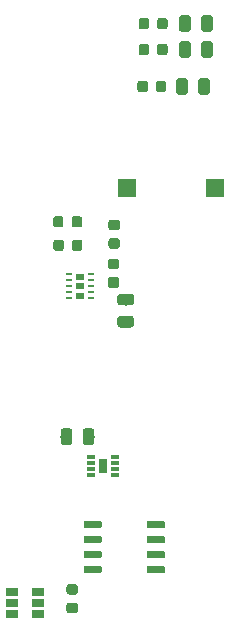
<source format=gbr>
G04 #@! TF.GenerationSoftware,KiCad,Pcbnew,(5.0.1)-rc2*
G04 #@! TF.CreationDate,2019-05-10T17:03:11-07:00*
G04 #@! TF.ProjectId,weatherStation,7765617468657253746174696F6E2E6B,rev?*
G04 #@! TF.SameCoordinates,Original*
G04 #@! TF.FileFunction,Paste,Top*
G04 #@! TF.FilePolarity,Positive*
%FSLAX46Y46*%
G04 Gerber Fmt 4.6, Leading zero omitted, Abs format (unit mm)*
G04 Created by KiCad (PCBNEW (5.0.1)-rc2) date 5/10/2019 5:03:11 PM*
%MOMM*%
%LPD*%
G01*
G04 APERTURE LIST*
%ADD10C,0.100000*%
%ADD11C,0.975000*%
%ADD12C,0.875000*%
%ADD13R,1.500000X1.500000*%
%ADD14C,0.600000*%
%ADD15R,1.060000X0.650000*%
%ADD16R,0.700000X0.300000*%
%ADD17R,0.800000X1.200000*%
%ADD18R,0.650000X0.610000*%
%ADD19R,0.500000X0.250000*%
G04 APERTURE END LIST*
D10*
G04 #@! TO.C,C9*
G36*
X103266942Y-88251974D02*
X103290603Y-88255484D01*
X103313807Y-88261296D01*
X103336329Y-88269354D01*
X103357953Y-88279582D01*
X103378470Y-88291879D01*
X103397683Y-88306129D01*
X103415407Y-88322193D01*
X103431471Y-88339917D01*
X103445721Y-88359130D01*
X103458018Y-88379647D01*
X103468246Y-88401271D01*
X103476304Y-88423793D01*
X103482116Y-88446997D01*
X103485626Y-88470658D01*
X103486800Y-88494550D01*
X103486800Y-89407050D01*
X103485626Y-89430942D01*
X103482116Y-89454603D01*
X103476304Y-89477807D01*
X103468246Y-89500329D01*
X103458018Y-89521953D01*
X103445721Y-89542470D01*
X103431471Y-89561683D01*
X103415407Y-89579407D01*
X103397683Y-89595471D01*
X103378470Y-89609721D01*
X103357953Y-89622018D01*
X103336329Y-89632246D01*
X103313807Y-89640304D01*
X103290603Y-89646116D01*
X103266942Y-89649626D01*
X103243050Y-89650800D01*
X102755550Y-89650800D01*
X102731658Y-89649626D01*
X102707997Y-89646116D01*
X102684793Y-89640304D01*
X102662271Y-89632246D01*
X102640647Y-89622018D01*
X102620130Y-89609721D01*
X102600917Y-89595471D01*
X102583193Y-89579407D01*
X102567129Y-89561683D01*
X102552879Y-89542470D01*
X102540582Y-89521953D01*
X102530354Y-89500329D01*
X102522296Y-89477807D01*
X102516484Y-89454603D01*
X102512974Y-89430942D01*
X102511800Y-89407050D01*
X102511800Y-88494550D01*
X102512974Y-88470658D01*
X102516484Y-88446997D01*
X102522296Y-88423793D01*
X102530354Y-88401271D01*
X102540582Y-88379647D01*
X102552879Y-88359130D01*
X102567129Y-88339917D01*
X102583193Y-88322193D01*
X102600917Y-88306129D01*
X102620130Y-88291879D01*
X102640647Y-88279582D01*
X102662271Y-88269354D01*
X102684793Y-88261296D01*
X102707997Y-88255484D01*
X102731658Y-88251974D01*
X102755550Y-88250800D01*
X103243050Y-88250800D01*
X103266942Y-88251974D01*
X103266942Y-88251974D01*
G37*
D11*
X102999300Y-88950800D03*
D10*
G36*
X105141942Y-88251974D02*
X105165603Y-88255484D01*
X105188807Y-88261296D01*
X105211329Y-88269354D01*
X105232953Y-88279582D01*
X105253470Y-88291879D01*
X105272683Y-88306129D01*
X105290407Y-88322193D01*
X105306471Y-88339917D01*
X105320721Y-88359130D01*
X105333018Y-88379647D01*
X105343246Y-88401271D01*
X105351304Y-88423793D01*
X105357116Y-88446997D01*
X105360626Y-88470658D01*
X105361800Y-88494550D01*
X105361800Y-89407050D01*
X105360626Y-89430942D01*
X105357116Y-89454603D01*
X105351304Y-89477807D01*
X105343246Y-89500329D01*
X105333018Y-89521953D01*
X105320721Y-89542470D01*
X105306471Y-89561683D01*
X105290407Y-89579407D01*
X105272683Y-89595471D01*
X105253470Y-89609721D01*
X105232953Y-89622018D01*
X105211329Y-89632246D01*
X105188807Y-89640304D01*
X105165603Y-89646116D01*
X105141942Y-89649626D01*
X105118050Y-89650800D01*
X104630550Y-89650800D01*
X104606658Y-89649626D01*
X104582997Y-89646116D01*
X104559793Y-89640304D01*
X104537271Y-89632246D01*
X104515647Y-89622018D01*
X104495130Y-89609721D01*
X104475917Y-89595471D01*
X104458193Y-89579407D01*
X104442129Y-89561683D01*
X104427879Y-89542470D01*
X104415582Y-89521953D01*
X104405354Y-89500329D01*
X104397296Y-89477807D01*
X104391484Y-89454603D01*
X104387974Y-89430942D01*
X104386800Y-89407050D01*
X104386800Y-88494550D01*
X104387974Y-88470658D01*
X104391484Y-88446997D01*
X104397296Y-88423793D01*
X104405354Y-88401271D01*
X104415582Y-88379647D01*
X104427879Y-88359130D01*
X104442129Y-88339917D01*
X104458193Y-88322193D01*
X104475917Y-88306129D01*
X104495130Y-88291879D01*
X104515647Y-88279582D01*
X104537271Y-88269354D01*
X104559793Y-88261296D01*
X104582997Y-88255484D01*
X104606658Y-88251974D01*
X104630550Y-88250800D01*
X105118050Y-88250800D01*
X105141942Y-88251974D01*
X105141942Y-88251974D01*
G37*
D11*
X104874300Y-88950800D03*
G04 #@! TD*
D10*
G04 #@! TO.C,C16*
G36*
X108493642Y-76861274D02*
X108517303Y-76864784D01*
X108540507Y-76870596D01*
X108563029Y-76878654D01*
X108584653Y-76888882D01*
X108605170Y-76901179D01*
X108624383Y-76915429D01*
X108642107Y-76931493D01*
X108658171Y-76949217D01*
X108672421Y-76968430D01*
X108684718Y-76988947D01*
X108694946Y-77010571D01*
X108703004Y-77033093D01*
X108708816Y-77056297D01*
X108712326Y-77079958D01*
X108713500Y-77103850D01*
X108713500Y-77591350D01*
X108712326Y-77615242D01*
X108708816Y-77638903D01*
X108703004Y-77662107D01*
X108694946Y-77684629D01*
X108684718Y-77706253D01*
X108672421Y-77726770D01*
X108658171Y-77745983D01*
X108642107Y-77763707D01*
X108624383Y-77779771D01*
X108605170Y-77794021D01*
X108584653Y-77806318D01*
X108563029Y-77816546D01*
X108540507Y-77824604D01*
X108517303Y-77830416D01*
X108493642Y-77833926D01*
X108469750Y-77835100D01*
X107557250Y-77835100D01*
X107533358Y-77833926D01*
X107509697Y-77830416D01*
X107486493Y-77824604D01*
X107463971Y-77816546D01*
X107442347Y-77806318D01*
X107421830Y-77794021D01*
X107402617Y-77779771D01*
X107384893Y-77763707D01*
X107368829Y-77745983D01*
X107354579Y-77726770D01*
X107342282Y-77706253D01*
X107332054Y-77684629D01*
X107323996Y-77662107D01*
X107318184Y-77638903D01*
X107314674Y-77615242D01*
X107313500Y-77591350D01*
X107313500Y-77103850D01*
X107314674Y-77079958D01*
X107318184Y-77056297D01*
X107323996Y-77033093D01*
X107332054Y-77010571D01*
X107342282Y-76988947D01*
X107354579Y-76968430D01*
X107368829Y-76949217D01*
X107384893Y-76931493D01*
X107402617Y-76915429D01*
X107421830Y-76901179D01*
X107442347Y-76888882D01*
X107463971Y-76878654D01*
X107486493Y-76870596D01*
X107509697Y-76864784D01*
X107533358Y-76861274D01*
X107557250Y-76860100D01*
X108469750Y-76860100D01*
X108493642Y-76861274D01*
X108493642Y-76861274D01*
G37*
D11*
X108013500Y-77347600D03*
D10*
G36*
X108493642Y-78736274D02*
X108517303Y-78739784D01*
X108540507Y-78745596D01*
X108563029Y-78753654D01*
X108584653Y-78763882D01*
X108605170Y-78776179D01*
X108624383Y-78790429D01*
X108642107Y-78806493D01*
X108658171Y-78824217D01*
X108672421Y-78843430D01*
X108684718Y-78863947D01*
X108694946Y-78885571D01*
X108703004Y-78908093D01*
X108708816Y-78931297D01*
X108712326Y-78954958D01*
X108713500Y-78978850D01*
X108713500Y-79466350D01*
X108712326Y-79490242D01*
X108708816Y-79513903D01*
X108703004Y-79537107D01*
X108694946Y-79559629D01*
X108684718Y-79581253D01*
X108672421Y-79601770D01*
X108658171Y-79620983D01*
X108642107Y-79638707D01*
X108624383Y-79654771D01*
X108605170Y-79669021D01*
X108584653Y-79681318D01*
X108563029Y-79691546D01*
X108540507Y-79699604D01*
X108517303Y-79705416D01*
X108493642Y-79708926D01*
X108469750Y-79710100D01*
X107557250Y-79710100D01*
X107533358Y-79708926D01*
X107509697Y-79705416D01*
X107486493Y-79699604D01*
X107463971Y-79691546D01*
X107442347Y-79681318D01*
X107421830Y-79669021D01*
X107402617Y-79654771D01*
X107384893Y-79638707D01*
X107368829Y-79620983D01*
X107354579Y-79601770D01*
X107342282Y-79581253D01*
X107332054Y-79559629D01*
X107323996Y-79537107D01*
X107318184Y-79513903D01*
X107314674Y-79490242D01*
X107313500Y-79466350D01*
X107313500Y-78978850D01*
X107314674Y-78954958D01*
X107318184Y-78931297D01*
X107323996Y-78908093D01*
X107332054Y-78885571D01*
X107342282Y-78863947D01*
X107354579Y-78843430D01*
X107368829Y-78824217D01*
X107384893Y-78806493D01*
X107402617Y-78790429D01*
X107421830Y-78776179D01*
X107442347Y-78763882D01*
X107463971Y-78753654D01*
X107486493Y-78745596D01*
X107509697Y-78739784D01*
X107533358Y-78736274D01*
X107557250Y-78735100D01*
X108469750Y-78735100D01*
X108493642Y-78736274D01*
X108493642Y-78736274D01*
G37*
D11*
X108013500Y-79222600D03*
G04 #@! TD*
D10*
G04 #@! TO.C,D8*
G36*
X113297642Y-53276174D02*
X113321303Y-53279684D01*
X113344507Y-53285496D01*
X113367029Y-53293554D01*
X113388653Y-53303782D01*
X113409170Y-53316079D01*
X113428383Y-53330329D01*
X113446107Y-53346393D01*
X113462171Y-53364117D01*
X113476421Y-53383330D01*
X113488718Y-53403847D01*
X113498946Y-53425471D01*
X113507004Y-53447993D01*
X113512816Y-53471197D01*
X113516326Y-53494858D01*
X113517500Y-53518750D01*
X113517500Y-54431250D01*
X113516326Y-54455142D01*
X113512816Y-54478803D01*
X113507004Y-54502007D01*
X113498946Y-54524529D01*
X113488718Y-54546153D01*
X113476421Y-54566670D01*
X113462171Y-54585883D01*
X113446107Y-54603607D01*
X113428383Y-54619671D01*
X113409170Y-54633921D01*
X113388653Y-54646218D01*
X113367029Y-54656446D01*
X113344507Y-54664504D01*
X113321303Y-54670316D01*
X113297642Y-54673826D01*
X113273750Y-54675000D01*
X112786250Y-54675000D01*
X112762358Y-54673826D01*
X112738697Y-54670316D01*
X112715493Y-54664504D01*
X112692971Y-54656446D01*
X112671347Y-54646218D01*
X112650830Y-54633921D01*
X112631617Y-54619671D01*
X112613893Y-54603607D01*
X112597829Y-54585883D01*
X112583579Y-54566670D01*
X112571282Y-54546153D01*
X112561054Y-54524529D01*
X112552996Y-54502007D01*
X112547184Y-54478803D01*
X112543674Y-54455142D01*
X112542500Y-54431250D01*
X112542500Y-53518750D01*
X112543674Y-53494858D01*
X112547184Y-53471197D01*
X112552996Y-53447993D01*
X112561054Y-53425471D01*
X112571282Y-53403847D01*
X112583579Y-53383330D01*
X112597829Y-53364117D01*
X112613893Y-53346393D01*
X112631617Y-53330329D01*
X112650830Y-53316079D01*
X112671347Y-53303782D01*
X112692971Y-53293554D01*
X112715493Y-53285496D01*
X112738697Y-53279684D01*
X112762358Y-53276174D01*
X112786250Y-53275000D01*
X113273750Y-53275000D01*
X113297642Y-53276174D01*
X113297642Y-53276174D01*
G37*
D11*
X113030000Y-53975000D03*
D10*
G36*
X115172642Y-53276174D02*
X115196303Y-53279684D01*
X115219507Y-53285496D01*
X115242029Y-53293554D01*
X115263653Y-53303782D01*
X115284170Y-53316079D01*
X115303383Y-53330329D01*
X115321107Y-53346393D01*
X115337171Y-53364117D01*
X115351421Y-53383330D01*
X115363718Y-53403847D01*
X115373946Y-53425471D01*
X115382004Y-53447993D01*
X115387816Y-53471197D01*
X115391326Y-53494858D01*
X115392500Y-53518750D01*
X115392500Y-54431250D01*
X115391326Y-54455142D01*
X115387816Y-54478803D01*
X115382004Y-54502007D01*
X115373946Y-54524529D01*
X115363718Y-54546153D01*
X115351421Y-54566670D01*
X115337171Y-54585883D01*
X115321107Y-54603607D01*
X115303383Y-54619671D01*
X115284170Y-54633921D01*
X115263653Y-54646218D01*
X115242029Y-54656446D01*
X115219507Y-54664504D01*
X115196303Y-54670316D01*
X115172642Y-54673826D01*
X115148750Y-54675000D01*
X114661250Y-54675000D01*
X114637358Y-54673826D01*
X114613697Y-54670316D01*
X114590493Y-54664504D01*
X114567971Y-54656446D01*
X114546347Y-54646218D01*
X114525830Y-54633921D01*
X114506617Y-54619671D01*
X114488893Y-54603607D01*
X114472829Y-54585883D01*
X114458579Y-54566670D01*
X114446282Y-54546153D01*
X114436054Y-54524529D01*
X114427996Y-54502007D01*
X114422184Y-54478803D01*
X114418674Y-54455142D01*
X114417500Y-54431250D01*
X114417500Y-53518750D01*
X114418674Y-53494858D01*
X114422184Y-53471197D01*
X114427996Y-53447993D01*
X114436054Y-53425471D01*
X114446282Y-53403847D01*
X114458579Y-53383330D01*
X114472829Y-53364117D01*
X114488893Y-53346393D01*
X114506617Y-53330329D01*
X114525830Y-53316079D01*
X114546347Y-53303782D01*
X114567971Y-53293554D01*
X114590493Y-53285496D01*
X114613697Y-53279684D01*
X114637358Y-53276174D01*
X114661250Y-53275000D01*
X115148750Y-53275000D01*
X115172642Y-53276174D01*
X115172642Y-53276174D01*
G37*
D11*
X114905000Y-53975000D03*
G04 #@! TD*
D10*
G04 #@! TO.C,D9*
G36*
X113297642Y-55473274D02*
X113321303Y-55476784D01*
X113344507Y-55482596D01*
X113367029Y-55490654D01*
X113388653Y-55500882D01*
X113409170Y-55513179D01*
X113428383Y-55527429D01*
X113446107Y-55543493D01*
X113462171Y-55561217D01*
X113476421Y-55580430D01*
X113488718Y-55600947D01*
X113498946Y-55622571D01*
X113507004Y-55645093D01*
X113512816Y-55668297D01*
X113516326Y-55691958D01*
X113517500Y-55715850D01*
X113517500Y-56628350D01*
X113516326Y-56652242D01*
X113512816Y-56675903D01*
X113507004Y-56699107D01*
X113498946Y-56721629D01*
X113488718Y-56743253D01*
X113476421Y-56763770D01*
X113462171Y-56782983D01*
X113446107Y-56800707D01*
X113428383Y-56816771D01*
X113409170Y-56831021D01*
X113388653Y-56843318D01*
X113367029Y-56853546D01*
X113344507Y-56861604D01*
X113321303Y-56867416D01*
X113297642Y-56870926D01*
X113273750Y-56872100D01*
X112786250Y-56872100D01*
X112762358Y-56870926D01*
X112738697Y-56867416D01*
X112715493Y-56861604D01*
X112692971Y-56853546D01*
X112671347Y-56843318D01*
X112650830Y-56831021D01*
X112631617Y-56816771D01*
X112613893Y-56800707D01*
X112597829Y-56782983D01*
X112583579Y-56763770D01*
X112571282Y-56743253D01*
X112561054Y-56721629D01*
X112552996Y-56699107D01*
X112547184Y-56675903D01*
X112543674Y-56652242D01*
X112542500Y-56628350D01*
X112542500Y-55715850D01*
X112543674Y-55691958D01*
X112547184Y-55668297D01*
X112552996Y-55645093D01*
X112561054Y-55622571D01*
X112571282Y-55600947D01*
X112583579Y-55580430D01*
X112597829Y-55561217D01*
X112613893Y-55543493D01*
X112631617Y-55527429D01*
X112650830Y-55513179D01*
X112671347Y-55500882D01*
X112692971Y-55490654D01*
X112715493Y-55482596D01*
X112738697Y-55476784D01*
X112762358Y-55473274D01*
X112786250Y-55472100D01*
X113273750Y-55472100D01*
X113297642Y-55473274D01*
X113297642Y-55473274D01*
G37*
D11*
X113030000Y-56172100D03*
D10*
G36*
X115172642Y-55473274D02*
X115196303Y-55476784D01*
X115219507Y-55482596D01*
X115242029Y-55490654D01*
X115263653Y-55500882D01*
X115284170Y-55513179D01*
X115303383Y-55527429D01*
X115321107Y-55543493D01*
X115337171Y-55561217D01*
X115351421Y-55580430D01*
X115363718Y-55600947D01*
X115373946Y-55622571D01*
X115382004Y-55645093D01*
X115387816Y-55668297D01*
X115391326Y-55691958D01*
X115392500Y-55715850D01*
X115392500Y-56628350D01*
X115391326Y-56652242D01*
X115387816Y-56675903D01*
X115382004Y-56699107D01*
X115373946Y-56721629D01*
X115363718Y-56743253D01*
X115351421Y-56763770D01*
X115337171Y-56782983D01*
X115321107Y-56800707D01*
X115303383Y-56816771D01*
X115284170Y-56831021D01*
X115263653Y-56843318D01*
X115242029Y-56853546D01*
X115219507Y-56861604D01*
X115196303Y-56867416D01*
X115172642Y-56870926D01*
X115148750Y-56872100D01*
X114661250Y-56872100D01*
X114637358Y-56870926D01*
X114613697Y-56867416D01*
X114590493Y-56861604D01*
X114567971Y-56853546D01*
X114546347Y-56843318D01*
X114525830Y-56831021D01*
X114506617Y-56816771D01*
X114488893Y-56800707D01*
X114472829Y-56782983D01*
X114458579Y-56763770D01*
X114446282Y-56743253D01*
X114436054Y-56721629D01*
X114427996Y-56699107D01*
X114422184Y-56675903D01*
X114418674Y-56652242D01*
X114417500Y-56628350D01*
X114417500Y-55715850D01*
X114418674Y-55691958D01*
X114422184Y-55668297D01*
X114427996Y-55645093D01*
X114436054Y-55622571D01*
X114446282Y-55600947D01*
X114458579Y-55580430D01*
X114472829Y-55561217D01*
X114488893Y-55543493D01*
X114506617Y-55527429D01*
X114525830Y-55513179D01*
X114546347Y-55500882D01*
X114567971Y-55490654D01*
X114590493Y-55482596D01*
X114613697Y-55476784D01*
X114637358Y-55473274D01*
X114661250Y-55472100D01*
X115148750Y-55472100D01*
X115172642Y-55473274D01*
X115172642Y-55473274D01*
G37*
D11*
X114905000Y-56172100D03*
G04 #@! TD*
D10*
G04 #@! TO.C,D10*
G36*
X114918642Y-58597474D02*
X114942303Y-58600984D01*
X114965507Y-58606796D01*
X114988029Y-58614854D01*
X115009653Y-58625082D01*
X115030170Y-58637379D01*
X115049383Y-58651629D01*
X115067107Y-58667693D01*
X115083171Y-58685417D01*
X115097421Y-58704630D01*
X115109718Y-58725147D01*
X115119946Y-58746771D01*
X115128004Y-58769293D01*
X115133816Y-58792497D01*
X115137326Y-58816158D01*
X115138500Y-58840050D01*
X115138500Y-59752550D01*
X115137326Y-59776442D01*
X115133816Y-59800103D01*
X115128004Y-59823307D01*
X115119946Y-59845829D01*
X115109718Y-59867453D01*
X115097421Y-59887970D01*
X115083171Y-59907183D01*
X115067107Y-59924907D01*
X115049383Y-59940971D01*
X115030170Y-59955221D01*
X115009653Y-59967518D01*
X114988029Y-59977746D01*
X114965507Y-59985804D01*
X114942303Y-59991616D01*
X114918642Y-59995126D01*
X114894750Y-59996300D01*
X114407250Y-59996300D01*
X114383358Y-59995126D01*
X114359697Y-59991616D01*
X114336493Y-59985804D01*
X114313971Y-59977746D01*
X114292347Y-59967518D01*
X114271830Y-59955221D01*
X114252617Y-59940971D01*
X114234893Y-59924907D01*
X114218829Y-59907183D01*
X114204579Y-59887970D01*
X114192282Y-59867453D01*
X114182054Y-59845829D01*
X114173996Y-59823307D01*
X114168184Y-59800103D01*
X114164674Y-59776442D01*
X114163500Y-59752550D01*
X114163500Y-58840050D01*
X114164674Y-58816158D01*
X114168184Y-58792497D01*
X114173996Y-58769293D01*
X114182054Y-58746771D01*
X114192282Y-58725147D01*
X114204579Y-58704630D01*
X114218829Y-58685417D01*
X114234893Y-58667693D01*
X114252617Y-58651629D01*
X114271830Y-58637379D01*
X114292347Y-58625082D01*
X114313971Y-58614854D01*
X114336493Y-58606796D01*
X114359697Y-58600984D01*
X114383358Y-58597474D01*
X114407250Y-58596300D01*
X114894750Y-58596300D01*
X114918642Y-58597474D01*
X114918642Y-58597474D01*
G37*
D11*
X114651000Y-59296300D03*
D10*
G36*
X113043642Y-58597474D02*
X113067303Y-58600984D01*
X113090507Y-58606796D01*
X113113029Y-58614854D01*
X113134653Y-58625082D01*
X113155170Y-58637379D01*
X113174383Y-58651629D01*
X113192107Y-58667693D01*
X113208171Y-58685417D01*
X113222421Y-58704630D01*
X113234718Y-58725147D01*
X113244946Y-58746771D01*
X113253004Y-58769293D01*
X113258816Y-58792497D01*
X113262326Y-58816158D01*
X113263500Y-58840050D01*
X113263500Y-59752550D01*
X113262326Y-59776442D01*
X113258816Y-59800103D01*
X113253004Y-59823307D01*
X113244946Y-59845829D01*
X113234718Y-59867453D01*
X113222421Y-59887970D01*
X113208171Y-59907183D01*
X113192107Y-59924907D01*
X113174383Y-59940971D01*
X113155170Y-59955221D01*
X113134653Y-59967518D01*
X113113029Y-59977746D01*
X113090507Y-59985804D01*
X113067303Y-59991616D01*
X113043642Y-59995126D01*
X113019750Y-59996300D01*
X112532250Y-59996300D01*
X112508358Y-59995126D01*
X112484697Y-59991616D01*
X112461493Y-59985804D01*
X112438971Y-59977746D01*
X112417347Y-59967518D01*
X112396830Y-59955221D01*
X112377617Y-59940971D01*
X112359893Y-59924907D01*
X112343829Y-59907183D01*
X112329579Y-59887970D01*
X112317282Y-59867453D01*
X112307054Y-59845829D01*
X112298996Y-59823307D01*
X112293184Y-59800103D01*
X112289674Y-59776442D01*
X112288500Y-59752550D01*
X112288500Y-58840050D01*
X112289674Y-58816158D01*
X112293184Y-58792497D01*
X112298996Y-58769293D01*
X112307054Y-58746771D01*
X112317282Y-58725147D01*
X112329579Y-58704630D01*
X112343829Y-58685417D01*
X112359893Y-58667693D01*
X112377617Y-58651629D01*
X112396830Y-58637379D01*
X112417347Y-58625082D01*
X112438971Y-58614854D01*
X112461493Y-58606796D01*
X112484697Y-58600984D01*
X112508358Y-58597474D01*
X112532250Y-58596300D01*
X113019750Y-58596300D01*
X113043642Y-58597474D01*
X113043642Y-58597474D01*
G37*
D11*
X112776000Y-59296300D03*
G04 #@! TD*
D10*
G04 #@! TO.C,R17*
G36*
X103757291Y-101442853D02*
X103778526Y-101446003D01*
X103799350Y-101451219D01*
X103819562Y-101458451D01*
X103838968Y-101467630D01*
X103857381Y-101478666D01*
X103874624Y-101491454D01*
X103890530Y-101505870D01*
X103904946Y-101521776D01*
X103917734Y-101539019D01*
X103928770Y-101557432D01*
X103937949Y-101576838D01*
X103945181Y-101597050D01*
X103950397Y-101617874D01*
X103953547Y-101639109D01*
X103954600Y-101660550D01*
X103954600Y-102098050D01*
X103953547Y-102119491D01*
X103950397Y-102140726D01*
X103945181Y-102161550D01*
X103937949Y-102181762D01*
X103928770Y-102201168D01*
X103917734Y-102219581D01*
X103904946Y-102236824D01*
X103890530Y-102252730D01*
X103874624Y-102267146D01*
X103857381Y-102279934D01*
X103838968Y-102290970D01*
X103819562Y-102300149D01*
X103799350Y-102307381D01*
X103778526Y-102312597D01*
X103757291Y-102315747D01*
X103735850Y-102316800D01*
X103223350Y-102316800D01*
X103201909Y-102315747D01*
X103180674Y-102312597D01*
X103159850Y-102307381D01*
X103139638Y-102300149D01*
X103120232Y-102290970D01*
X103101819Y-102279934D01*
X103084576Y-102267146D01*
X103068670Y-102252730D01*
X103054254Y-102236824D01*
X103041466Y-102219581D01*
X103030430Y-102201168D01*
X103021251Y-102181762D01*
X103014019Y-102161550D01*
X103008803Y-102140726D01*
X103005653Y-102119491D01*
X103004600Y-102098050D01*
X103004600Y-101660550D01*
X103005653Y-101639109D01*
X103008803Y-101617874D01*
X103014019Y-101597050D01*
X103021251Y-101576838D01*
X103030430Y-101557432D01*
X103041466Y-101539019D01*
X103054254Y-101521776D01*
X103068670Y-101505870D01*
X103084576Y-101491454D01*
X103101819Y-101478666D01*
X103120232Y-101467630D01*
X103139638Y-101458451D01*
X103159850Y-101451219D01*
X103180674Y-101446003D01*
X103201909Y-101442853D01*
X103223350Y-101441800D01*
X103735850Y-101441800D01*
X103757291Y-101442853D01*
X103757291Y-101442853D01*
G37*
D12*
X103479600Y-101879300D03*
D10*
G36*
X103757291Y-103017853D02*
X103778526Y-103021003D01*
X103799350Y-103026219D01*
X103819562Y-103033451D01*
X103838968Y-103042630D01*
X103857381Y-103053666D01*
X103874624Y-103066454D01*
X103890530Y-103080870D01*
X103904946Y-103096776D01*
X103917734Y-103114019D01*
X103928770Y-103132432D01*
X103937949Y-103151838D01*
X103945181Y-103172050D01*
X103950397Y-103192874D01*
X103953547Y-103214109D01*
X103954600Y-103235550D01*
X103954600Y-103673050D01*
X103953547Y-103694491D01*
X103950397Y-103715726D01*
X103945181Y-103736550D01*
X103937949Y-103756762D01*
X103928770Y-103776168D01*
X103917734Y-103794581D01*
X103904946Y-103811824D01*
X103890530Y-103827730D01*
X103874624Y-103842146D01*
X103857381Y-103854934D01*
X103838968Y-103865970D01*
X103819562Y-103875149D01*
X103799350Y-103882381D01*
X103778526Y-103887597D01*
X103757291Y-103890747D01*
X103735850Y-103891800D01*
X103223350Y-103891800D01*
X103201909Y-103890747D01*
X103180674Y-103887597D01*
X103159850Y-103882381D01*
X103139638Y-103875149D01*
X103120232Y-103865970D01*
X103101819Y-103854934D01*
X103084576Y-103842146D01*
X103068670Y-103827730D01*
X103054254Y-103811824D01*
X103041466Y-103794581D01*
X103030430Y-103776168D01*
X103021251Y-103756762D01*
X103014019Y-103736550D01*
X103008803Y-103715726D01*
X103005653Y-103694491D01*
X103004600Y-103673050D01*
X103004600Y-103235550D01*
X103005653Y-103214109D01*
X103008803Y-103192874D01*
X103014019Y-103172050D01*
X103021251Y-103151838D01*
X103030430Y-103132432D01*
X103041466Y-103114019D01*
X103054254Y-103096776D01*
X103068670Y-103080870D01*
X103084576Y-103066454D01*
X103101819Y-103053666D01*
X103120232Y-103042630D01*
X103139638Y-103033451D01*
X103159850Y-103026219D01*
X103180674Y-103021003D01*
X103201909Y-103017853D01*
X103223350Y-103016800D01*
X103735850Y-103016800D01*
X103757291Y-103017853D01*
X103757291Y-103017853D01*
G37*
D12*
X103479600Y-103454300D03*
G04 #@! TD*
D10*
G04 #@! TO.C,R18*
G36*
X111365191Y-53501053D02*
X111386426Y-53504203D01*
X111407250Y-53509419D01*
X111427462Y-53516651D01*
X111446868Y-53525830D01*
X111465281Y-53536866D01*
X111482524Y-53549654D01*
X111498430Y-53564070D01*
X111512846Y-53579976D01*
X111525634Y-53597219D01*
X111536670Y-53615632D01*
X111545849Y-53635038D01*
X111553081Y-53655250D01*
X111558297Y-53676074D01*
X111561447Y-53697309D01*
X111562500Y-53718750D01*
X111562500Y-54231250D01*
X111561447Y-54252691D01*
X111558297Y-54273926D01*
X111553081Y-54294750D01*
X111545849Y-54314962D01*
X111536670Y-54334368D01*
X111525634Y-54352781D01*
X111512846Y-54370024D01*
X111498430Y-54385930D01*
X111482524Y-54400346D01*
X111465281Y-54413134D01*
X111446868Y-54424170D01*
X111427462Y-54433349D01*
X111407250Y-54440581D01*
X111386426Y-54445797D01*
X111365191Y-54448947D01*
X111343750Y-54450000D01*
X110906250Y-54450000D01*
X110884809Y-54448947D01*
X110863574Y-54445797D01*
X110842750Y-54440581D01*
X110822538Y-54433349D01*
X110803132Y-54424170D01*
X110784719Y-54413134D01*
X110767476Y-54400346D01*
X110751570Y-54385930D01*
X110737154Y-54370024D01*
X110724366Y-54352781D01*
X110713330Y-54334368D01*
X110704151Y-54314962D01*
X110696919Y-54294750D01*
X110691703Y-54273926D01*
X110688553Y-54252691D01*
X110687500Y-54231250D01*
X110687500Y-53718750D01*
X110688553Y-53697309D01*
X110691703Y-53676074D01*
X110696919Y-53655250D01*
X110704151Y-53635038D01*
X110713330Y-53615632D01*
X110724366Y-53597219D01*
X110737154Y-53579976D01*
X110751570Y-53564070D01*
X110767476Y-53549654D01*
X110784719Y-53536866D01*
X110803132Y-53525830D01*
X110822538Y-53516651D01*
X110842750Y-53509419D01*
X110863574Y-53504203D01*
X110884809Y-53501053D01*
X110906250Y-53500000D01*
X111343750Y-53500000D01*
X111365191Y-53501053D01*
X111365191Y-53501053D01*
G37*
D12*
X111125000Y-53975000D03*
D10*
G36*
X109790191Y-53501053D02*
X109811426Y-53504203D01*
X109832250Y-53509419D01*
X109852462Y-53516651D01*
X109871868Y-53525830D01*
X109890281Y-53536866D01*
X109907524Y-53549654D01*
X109923430Y-53564070D01*
X109937846Y-53579976D01*
X109950634Y-53597219D01*
X109961670Y-53615632D01*
X109970849Y-53635038D01*
X109978081Y-53655250D01*
X109983297Y-53676074D01*
X109986447Y-53697309D01*
X109987500Y-53718750D01*
X109987500Y-54231250D01*
X109986447Y-54252691D01*
X109983297Y-54273926D01*
X109978081Y-54294750D01*
X109970849Y-54314962D01*
X109961670Y-54334368D01*
X109950634Y-54352781D01*
X109937846Y-54370024D01*
X109923430Y-54385930D01*
X109907524Y-54400346D01*
X109890281Y-54413134D01*
X109871868Y-54424170D01*
X109852462Y-54433349D01*
X109832250Y-54440581D01*
X109811426Y-54445797D01*
X109790191Y-54448947D01*
X109768750Y-54450000D01*
X109331250Y-54450000D01*
X109309809Y-54448947D01*
X109288574Y-54445797D01*
X109267750Y-54440581D01*
X109247538Y-54433349D01*
X109228132Y-54424170D01*
X109209719Y-54413134D01*
X109192476Y-54400346D01*
X109176570Y-54385930D01*
X109162154Y-54370024D01*
X109149366Y-54352781D01*
X109138330Y-54334368D01*
X109129151Y-54314962D01*
X109121919Y-54294750D01*
X109116703Y-54273926D01*
X109113553Y-54252691D01*
X109112500Y-54231250D01*
X109112500Y-53718750D01*
X109113553Y-53697309D01*
X109116703Y-53676074D01*
X109121919Y-53655250D01*
X109129151Y-53635038D01*
X109138330Y-53615632D01*
X109149366Y-53597219D01*
X109162154Y-53579976D01*
X109176570Y-53564070D01*
X109192476Y-53549654D01*
X109209719Y-53536866D01*
X109228132Y-53525830D01*
X109247538Y-53516651D01*
X109267750Y-53509419D01*
X109288574Y-53504203D01*
X109309809Y-53501053D01*
X109331250Y-53500000D01*
X109768750Y-53500000D01*
X109790191Y-53501053D01*
X109790191Y-53501053D01*
G37*
D12*
X109550000Y-53975000D03*
G04 #@! TD*
D10*
G04 #@! TO.C,R19*
G36*
X109790191Y-55698153D02*
X109811426Y-55701303D01*
X109832250Y-55706519D01*
X109852462Y-55713751D01*
X109871868Y-55722930D01*
X109890281Y-55733966D01*
X109907524Y-55746754D01*
X109923430Y-55761170D01*
X109937846Y-55777076D01*
X109950634Y-55794319D01*
X109961670Y-55812732D01*
X109970849Y-55832138D01*
X109978081Y-55852350D01*
X109983297Y-55873174D01*
X109986447Y-55894409D01*
X109987500Y-55915850D01*
X109987500Y-56428350D01*
X109986447Y-56449791D01*
X109983297Y-56471026D01*
X109978081Y-56491850D01*
X109970849Y-56512062D01*
X109961670Y-56531468D01*
X109950634Y-56549881D01*
X109937846Y-56567124D01*
X109923430Y-56583030D01*
X109907524Y-56597446D01*
X109890281Y-56610234D01*
X109871868Y-56621270D01*
X109852462Y-56630449D01*
X109832250Y-56637681D01*
X109811426Y-56642897D01*
X109790191Y-56646047D01*
X109768750Y-56647100D01*
X109331250Y-56647100D01*
X109309809Y-56646047D01*
X109288574Y-56642897D01*
X109267750Y-56637681D01*
X109247538Y-56630449D01*
X109228132Y-56621270D01*
X109209719Y-56610234D01*
X109192476Y-56597446D01*
X109176570Y-56583030D01*
X109162154Y-56567124D01*
X109149366Y-56549881D01*
X109138330Y-56531468D01*
X109129151Y-56512062D01*
X109121919Y-56491850D01*
X109116703Y-56471026D01*
X109113553Y-56449791D01*
X109112500Y-56428350D01*
X109112500Y-55915850D01*
X109113553Y-55894409D01*
X109116703Y-55873174D01*
X109121919Y-55852350D01*
X109129151Y-55832138D01*
X109138330Y-55812732D01*
X109149366Y-55794319D01*
X109162154Y-55777076D01*
X109176570Y-55761170D01*
X109192476Y-55746754D01*
X109209719Y-55733966D01*
X109228132Y-55722930D01*
X109247538Y-55713751D01*
X109267750Y-55706519D01*
X109288574Y-55701303D01*
X109309809Y-55698153D01*
X109331250Y-55697100D01*
X109768750Y-55697100D01*
X109790191Y-55698153D01*
X109790191Y-55698153D01*
G37*
D12*
X109550000Y-56172100D03*
D10*
G36*
X111365191Y-55698153D02*
X111386426Y-55701303D01*
X111407250Y-55706519D01*
X111427462Y-55713751D01*
X111446868Y-55722930D01*
X111465281Y-55733966D01*
X111482524Y-55746754D01*
X111498430Y-55761170D01*
X111512846Y-55777076D01*
X111525634Y-55794319D01*
X111536670Y-55812732D01*
X111545849Y-55832138D01*
X111553081Y-55852350D01*
X111558297Y-55873174D01*
X111561447Y-55894409D01*
X111562500Y-55915850D01*
X111562500Y-56428350D01*
X111561447Y-56449791D01*
X111558297Y-56471026D01*
X111553081Y-56491850D01*
X111545849Y-56512062D01*
X111536670Y-56531468D01*
X111525634Y-56549881D01*
X111512846Y-56567124D01*
X111498430Y-56583030D01*
X111482524Y-56597446D01*
X111465281Y-56610234D01*
X111446868Y-56621270D01*
X111427462Y-56630449D01*
X111407250Y-56637681D01*
X111386426Y-56642897D01*
X111365191Y-56646047D01*
X111343750Y-56647100D01*
X110906250Y-56647100D01*
X110884809Y-56646047D01*
X110863574Y-56642897D01*
X110842750Y-56637681D01*
X110822538Y-56630449D01*
X110803132Y-56621270D01*
X110784719Y-56610234D01*
X110767476Y-56597446D01*
X110751570Y-56583030D01*
X110737154Y-56567124D01*
X110724366Y-56549881D01*
X110713330Y-56531468D01*
X110704151Y-56512062D01*
X110696919Y-56491850D01*
X110691703Y-56471026D01*
X110688553Y-56449791D01*
X110687500Y-56428350D01*
X110687500Y-55915850D01*
X110688553Y-55894409D01*
X110691703Y-55873174D01*
X110696919Y-55852350D01*
X110704151Y-55832138D01*
X110713330Y-55812732D01*
X110724366Y-55794319D01*
X110737154Y-55777076D01*
X110751570Y-55761170D01*
X110767476Y-55746754D01*
X110784719Y-55733966D01*
X110803132Y-55722930D01*
X110822538Y-55713751D01*
X110842750Y-55706519D01*
X110863574Y-55701303D01*
X110884809Y-55698153D01*
X110906250Y-55697100D01*
X111343750Y-55697100D01*
X111365191Y-55698153D01*
X111365191Y-55698153D01*
G37*
D12*
X111125000Y-56172100D03*
G04 #@! TD*
D10*
G04 #@! TO.C,R20*
G36*
X109688691Y-58822353D02*
X109709926Y-58825503D01*
X109730750Y-58830719D01*
X109750962Y-58837951D01*
X109770368Y-58847130D01*
X109788781Y-58858166D01*
X109806024Y-58870954D01*
X109821930Y-58885370D01*
X109836346Y-58901276D01*
X109849134Y-58918519D01*
X109860170Y-58936932D01*
X109869349Y-58956338D01*
X109876581Y-58976550D01*
X109881797Y-58997374D01*
X109884947Y-59018609D01*
X109886000Y-59040050D01*
X109886000Y-59552550D01*
X109884947Y-59573991D01*
X109881797Y-59595226D01*
X109876581Y-59616050D01*
X109869349Y-59636262D01*
X109860170Y-59655668D01*
X109849134Y-59674081D01*
X109836346Y-59691324D01*
X109821930Y-59707230D01*
X109806024Y-59721646D01*
X109788781Y-59734434D01*
X109770368Y-59745470D01*
X109750962Y-59754649D01*
X109730750Y-59761881D01*
X109709926Y-59767097D01*
X109688691Y-59770247D01*
X109667250Y-59771300D01*
X109229750Y-59771300D01*
X109208309Y-59770247D01*
X109187074Y-59767097D01*
X109166250Y-59761881D01*
X109146038Y-59754649D01*
X109126632Y-59745470D01*
X109108219Y-59734434D01*
X109090976Y-59721646D01*
X109075070Y-59707230D01*
X109060654Y-59691324D01*
X109047866Y-59674081D01*
X109036830Y-59655668D01*
X109027651Y-59636262D01*
X109020419Y-59616050D01*
X109015203Y-59595226D01*
X109012053Y-59573991D01*
X109011000Y-59552550D01*
X109011000Y-59040050D01*
X109012053Y-59018609D01*
X109015203Y-58997374D01*
X109020419Y-58976550D01*
X109027651Y-58956338D01*
X109036830Y-58936932D01*
X109047866Y-58918519D01*
X109060654Y-58901276D01*
X109075070Y-58885370D01*
X109090976Y-58870954D01*
X109108219Y-58858166D01*
X109126632Y-58847130D01*
X109146038Y-58837951D01*
X109166250Y-58830719D01*
X109187074Y-58825503D01*
X109208309Y-58822353D01*
X109229750Y-58821300D01*
X109667250Y-58821300D01*
X109688691Y-58822353D01*
X109688691Y-58822353D01*
G37*
D12*
X109448500Y-59296300D03*
D10*
G36*
X111263691Y-58822353D02*
X111284926Y-58825503D01*
X111305750Y-58830719D01*
X111325962Y-58837951D01*
X111345368Y-58847130D01*
X111363781Y-58858166D01*
X111381024Y-58870954D01*
X111396930Y-58885370D01*
X111411346Y-58901276D01*
X111424134Y-58918519D01*
X111435170Y-58936932D01*
X111444349Y-58956338D01*
X111451581Y-58976550D01*
X111456797Y-58997374D01*
X111459947Y-59018609D01*
X111461000Y-59040050D01*
X111461000Y-59552550D01*
X111459947Y-59573991D01*
X111456797Y-59595226D01*
X111451581Y-59616050D01*
X111444349Y-59636262D01*
X111435170Y-59655668D01*
X111424134Y-59674081D01*
X111411346Y-59691324D01*
X111396930Y-59707230D01*
X111381024Y-59721646D01*
X111363781Y-59734434D01*
X111345368Y-59745470D01*
X111325962Y-59754649D01*
X111305750Y-59761881D01*
X111284926Y-59767097D01*
X111263691Y-59770247D01*
X111242250Y-59771300D01*
X110804750Y-59771300D01*
X110783309Y-59770247D01*
X110762074Y-59767097D01*
X110741250Y-59761881D01*
X110721038Y-59754649D01*
X110701632Y-59745470D01*
X110683219Y-59734434D01*
X110665976Y-59721646D01*
X110650070Y-59707230D01*
X110635654Y-59691324D01*
X110622866Y-59674081D01*
X110611830Y-59655668D01*
X110602651Y-59636262D01*
X110595419Y-59616050D01*
X110590203Y-59595226D01*
X110587053Y-59573991D01*
X110586000Y-59552550D01*
X110586000Y-59040050D01*
X110587053Y-59018609D01*
X110590203Y-58997374D01*
X110595419Y-58976550D01*
X110602651Y-58956338D01*
X110611830Y-58936932D01*
X110622866Y-58918519D01*
X110635654Y-58901276D01*
X110650070Y-58885370D01*
X110665976Y-58870954D01*
X110683219Y-58858166D01*
X110701632Y-58847130D01*
X110721038Y-58837951D01*
X110741250Y-58830719D01*
X110762074Y-58825503D01*
X110783309Y-58822353D01*
X110804750Y-58821300D01*
X111242250Y-58821300D01*
X111263691Y-58822353D01*
X111263691Y-58822353D01*
G37*
D12*
X111023500Y-59296300D03*
G04 #@! TD*
D13*
G04 #@! TO.C,SW3*
X108144600Y-67856100D03*
X115544600Y-67856100D03*
G04 #@! TD*
D10*
G04 #@! TO.C,U6*
G36*
X111213903Y-99903722D02*
X111228464Y-99905882D01*
X111242743Y-99909459D01*
X111256603Y-99914418D01*
X111269910Y-99920712D01*
X111282536Y-99928280D01*
X111294359Y-99937048D01*
X111305266Y-99946934D01*
X111315152Y-99957841D01*
X111323920Y-99969664D01*
X111331488Y-99982290D01*
X111337782Y-99995597D01*
X111342741Y-100009457D01*
X111346318Y-100023736D01*
X111348478Y-100038297D01*
X111349200Y-100053000D01*
X111349200Y-100353000D01*
X111348478Y-100367703D01*
X111346318Y-100382264D01*
X111342741Y-100396543D01*
X111337782Y-100410403D01*
X111331488Y-100423710D01*
X111323920Y-100436336D01*
X111315152Y-100448159D01*
X111305266Y-100459066D01*
X111294359Y-100468952D01*
X111282536Y-100477720D01*
X111269910Y-100485288D01*
X111256603Y-100491582D01*
X111242743Y-100496541D01*
X111228464Y-100500118D01*
X111213903Y-100502278D01*
X111199200Y-100503000D01*
X109949200Y-100503000D01*
X109934497Y-100502278D01*
X109919936Y-100500118D01*
X109905657Y-100496541D01*
X109891797Y-100491582D01*
X109878490Y-100485288D01*
X109865864Y-100477720D01*
X109854041Y-100468952D01*
X109843134Y-100459066D01*
X109833248Y-100448159D01*
X109824480Y-100436336D01*
X109816912Y-100423710D01*
X109810618Y-100410403D01*
X109805659Y-100396543D01*
X109802082Y-100382264D01*
X109799922Y-100367703D01*
X109799200Y-100353000D01*
X109799200Y-100053000D01*
X109799922Y-100038297D01*
X109802082Y-100023736D01*
X109805659Y-100009457D01*
X109810618Y-99995597D01*
X109816912Y-99982290D01*
X109824480Y-99969664D01*
X109833248Y-99957841D01*
X109843134Y-99946934D01*
X109854041Y-99937048D01*
X109865864Y-99928280D01*
X109878490Y-99920712D01*
X109891797Y-99914418D01*
X109905657Y-99909459D01*
X109919936Y-99905882D01*
X109934497Y-99903722D01*
X109949200Y-99903000D01*
X111199200Y-99903000D01*
X111213903Y-99903722D01*
X111213903Y-99903722D01*
G37*
D14*
X110574200Y-100203000D03*
D10*
G36*
X111213903Y-98633722D02*
X111228464Y-98635882D01*
X111242743Y-98639459D01*
X111256603Y-98644418D01*
X111269910Y-98650712D01*
X111282536Y-98658280D01*
X111294359Y-98667048D01*
X111305266Y-98676934D01*
X111315152Y-98687841D01*
X111323920Y-98699664D01*
X111331488Y-98712290D01*
X111337782Y-98725597D01*
X111342741Y-98739457D01*
X111346318Y-98753736D01*
X111348478Y-98768297D01*
X111349200Y-98783000D01*
X111349200Y-99083000D01*
X111348478Y-99097703D01*
X111346318Y-99112264D01*
X111342741Y-99126543D01*
X111337782Y-99140403D01*
X111331488Y-99153710D01*
X111323920Y-99166336D01*
X111315152Y-99178159D01*
X111305266Y-99189066D01*
X111294359Y-99198952D01*
X111282536Y-99207720D01*
X111269910Y-99215288D01*
X111256603Y-99221582D01*
X111242743Y-99226541D01*
X111228464Y-99230118D01*
X111213903Y-99232278D01*
X111199200Y-99233000D01*
X109949200Y-99233000D01*
X109934497Y-99232278D01*
X109919936Y-99230118D01*
X109905657Y-99226541D01*
X109891797Y-99221582D01*
X109878490Y-99215288D01*
X109865864Y-99207720D01*
X109854041Y-99198952D01*
X109843134Y-99189066D01*
X109833248Y-99178159D01*
X109824480Y-99166336D01*
X109816912Y-99153710D01*
X109810618Y-99140403D01*
X109805659Y-99126543D01*
X109802082Y-99112264D01*
X109799922Y-99097703D01*
X109799200Y-99083000D01*
X109799200Y-98783000D01*
X109799922Y-98768297D01*
X109802082Y-98753736D01*
X109805659Y-98739457D01*
X109810618Y-98725597D01*
X109816912Y-98712290D01*
X109824480Y-98699664D01*
X109833248Y-98687841D01*
X109843134Y-98676934D01*
X109854041Y-98667048D01*
X109865864Y-98658280D01*
X109878490Y-98650712D01*
X109891797Y-98644418D01*
X109905657Y-98639459D01*
X109919936Y-98635882D01*
X109934497Y-98633722D01*
X109949200Y-98633000D01*
X111199200Y-98633000D01*
X111213903Y-98633722D01*
X111213903Y-98633722D01*
G37*
D14*
X110574200Y-98933000D03*
D10*
G36*
X111213903Y-97363722D02*
X111228464Y-97365882D01*
X111242743Y-97369459D01*
X111256603Y-97374418D01*
X111269910Y-97380712D01*
X111282536Y-97388280D01*
X111294359Y-97397048D01*
X111305266Y-97406934D01*
X111315152Y-97417841D01*
X111323920Y-97429664D01*
X111331488Y-97442290D01*
X111337782Y-97455597D01*
X111342741Y-97469457D01*
X111346318Y-97483736D01*
X111348478Y-97498297D01*
X111349200Y-97513000D01*
X111349200Y-97813000D01*
X111348478Y-97827703D01*
X111346318Y-97842264D01*
X111342741Y-97856543D01*
X111337782Y-97870403D01*
X111331488Y-97883710D01*
X111323920Y-97896336D01*
X111315152Y-97908159D01*
X111305266Y-97919066D01*
X111294359Y-97928952D01*
X111282536Y-97937720D01*
X111269910Y-97945288D01*
X111256603Y-97951582D01*
X111242743Y-97956541D01*
X111228464Y-97960118D01*
X111213903Y-97962278D01*
X111199200Y-97963000D01*
X109949200Y-97963000D01*
X109934497Y-97962278D01*
X109919936Y-97960118D01*
X109905657Y-97956541D01*
X109891797Y-97951582D01*
X109878490Y-97945288D01*
X109865864Y-97937720D01*
X109854041Y-97928952D01*
X109843134Y-97919066D01*
X109833248Y-97908159D01*
X109824480Y-97896336D01*
X109816912Y-97883710D01*
X109810618Y-97870403D01*
X109805659Y-97856543D01*
X109802082Y-97842264D01*
X109799922Y-97827703D01*
X109799200Y-97813000D01*
X109799200Y-97513000D01*
X109799922Y-97498297D01*
X109802082Y-97483736D01*
X109805659Y-97469457D01*
X109810618Y-97455597D01*
X109816912Y-97442290D01*
X109824480Y-97429664D01*
X109833248Y-97417841D01*
X109843134Y-97406934D01*
X109854041Y-97397048D01*
X109865864Y-97388280D01*
X109878490Y-97380712D01*
X109891797Y-97374418D01*
X109905657Y-97369459D01*
X109919936Y-97365882D01*
X109934497Y-97363722D01*
X109949200Y-97363000D01*
X111199200Y-97363000D01*
X111213903Y-97363722D01*
X111213903Y-97363722D01*
G37*
D14*
X110574200Y-97663000D03*
D10*
G36*
X111213903Y-96093722D02*
X111228464Y-96095882D01*
X111242743Y-96099459D01*
X111256603Y-96104418D01*
X111269910Y-96110712D01*
X111282536Y-96118280D01*
X111294359Y-96127048D01*
X111305266Y-96136934D01*
X111315152Y-96147841D01*
X111323920Y-96159664D01*
X111331488Y-96172290D01*
X111337782Y-96185597D01*
X111342741Y-96199457D01*
X111346318Y-96213736D01*
X111348478Y-96228297D01*
X111349200Y-96243000D01*
X111349200Y-96543000D01*
X111348478Y-96557703D01*
X111346318Y-96572264D01*
X111342741Y-96586543D01*
X111337782Y-96600403D01*
X111331488Y-96613710D01*
X111323920Y-96626336D01*
X111315152Y-96638159D01*
X111305266Y-96649066D01*
X111294359Y-96658952D01*
X111282536Y-96667720D01*
X111269910Y-96675288D01*
X111256603Y-96681582D01*
X111242743Y-96686541D01*
X111228464Y-96690118D01*
X111213903Y-96692278D01*
X111199200Y-96693000D01*
X109949200Y-96693000D01*
X109934497Y-96692278D01*
X109919936Y-96690118D01*
X109905657Y-96686541D01*
X109891797Y-96681582D01*
X109878490Y-96675288D01*
X109865864Y-96667720D01*
X109854041Y-96658952D01*
X109843134Y-96649066D01*
X109833248Y-96638159D01*
X109824480Y-96626336D01*
X109816912Y-96613710D01*
X109810618Y-96600403D01*
X109805659Y-96586543D01*
X109802082Y-96572264D01*
X109799922Y-96557703D01*
X109799200Y-96543000D01*
X109799200Y-96243000D01*
X109799922Y-96228297D01*
X109802082Y-96213736D01*
X109805659Y-96199457D01*
X109810618Y-96185597D01*
X109816912Y-96172290D01*
X109824480Y-96159664D01*
X109833248Y-96147841D01*
X109843134Y-96136934D01*
X109854041Y-96127048D01*
X109865864Y-96118280D01*
X109878490Y-96110712D01*
X109891797Y-96104418D01*
X109905657Y-96099459D01*
X109919936Y-96095882D01*
X109934497Y-96093722D01*
X109949200Y-96093000D01*
X111199200Y-96093000D01*
X111213903Y-96093722D01*
X111213903Y-96093722D01*
G37*
D14*
X110574200Y-96393000D03*
D10*
G36*
X105863903Y-96093722D02*
X105878464Y-96095882D01*
X105892743Y-96099459D01*
X105906603Y-96104418D01*
X105919910Y-96110712D01*
X105932536Y-96118280D01*
X105944359Y-96127048D01*
X105955266Y-96136934D01*
X105965152Y-96147841D01*
X105973920Y-96159664D01*
X105981488Y-96172290D01*
X105987782Y-96185597D01*
X105992741Y-96199457D01*
X105996318Y-96213736D01*
X105998478Y-96228297D01*
X105999200Y-96243000D01*
X105999200Y-96543000D01*
X105998478Y-96557703D01*
X105996318Y-96572264D01*
X105992741Y-96586543D01*
X105987782Y-96600403D01*
X105981488Y-96613710D01*
X105973920Y-96626336D01*
X105965152Y-96638159D01*
X105955266Y-96649066D01*
X105944359Y-96658952D01*
X105932536Y-96667720D01*
X105919910Y-96675288D01*
X105906603Y-96681582D01*
X105892743Y-96686541D01*
X105878464Y-96690118D01*
X105863903Y-96692278D01*
X105849200Y-96693000D01*
X104599200Y-96693000D01*
X104584497Y-96692278D01*
X104569936Y-96690118D01*
X104555657Y-96686541D01*
X104541797Y-96681582D01*
X104528490Y-96675288D01*
X104515864Y-96667720D01*
X104504041Y-96658952D01*
X104493134Y-96649066D01*
X104483248Y-96638159D01*
X104474480Y-96626336D01*
X104466912Y-96613710D01*
X104460618Y-96600403D01*
X104455659Y-96586543D01*
X104452082Y-96572264D01*
X104449922Y-96557703D01*
X104449200Y-96543000D01*
X104449200Y-96243000D01*
X104449922Y-96228297D01*
X104452082Y-96213736D01*
X104455659Y-96199457D01*
X104460618Y-96185597D01*
X104466912Y-96172290D01*
X104474480Y-96159664D01*
X104483248Y-96147841D01*
X104493134Y-96136934D01*
X104504041Y-96127048D01*
X104515864Y-96118280D01*
X104528490Y-96110712D01*
X104541797Y-96104418D01*
X104555657Y-96099459D01*
X104569936Y-96095882D01*
X104584497Y-96093722D01*
X104599200Y-96093000D01*
X105849200Y-96093000D01*
X105863903Y-96093722D01*
X105863903Y-96093722D01*
G37*
D14*
X105224200Y-96393000D03*
D10*
G36*
X105863903Y-97363722D02*
X105878464Y-97365882D01*
X105892743Y-97369459D01*
X105906603Y-97374418D01*
X105919910Y-97380712D01*
X105932536Y-97388280D01*
X105944359Y-97397048D01*
X105955266Y-97406934D01*
X105965152Y-97417841D01*
X105973920Y-97429664D01*
X105981488Y-97442290D01*
X105987782Y-97455597D01*
X105992741Y-97469457D01*
X105996318Y-97483736D01*
X105998478Y-97498297D01*
X105999200Y-97513000D01*
X105999200Y-97813000D01*
X105998478Y-97827703D01*
X105996318Y-97842264D01*
X105992741Y-97856543D01*
X105987782Y-97870403D01*
X105981488Y-97883710D01*
X105973920Y-97896336D01*
X105965152Y-97908159D01*
X105955266Y-97919066D01*
X105944359Y-97928952D01*
X105932536Y-97937720D01*
X105919910Y-97945288D01*
X105906603Y-97951582D01*
X105892743Y-97956541D01*
X105878464Y-97960118D01*
X105863903Y-97962278D01*
X105849200Y-97963000D01*
X104599200Y-97963000D01*
X104584497Y-97962278D01*
X104569936Y-97960118D01*
X104555657Y-97956541D01*
X104541797Y-97951582D01*
X104528490Y-97945288D01*
X104515864Y-97937720D01*
X104504041Y-97928952D01*
X104493134Y-97919066D01*
X104483248Y-97908159D01*
X104474480Y-97896336D01*
X104466912Y-97883710D01*
X104460618Y-97870403D01*
X104455659Y-97856543D01*
X104452082Y-97842264D01*
X104449922Y-97827703D01*
X104449200Y-97813000D01*
X104449200Y-97513000D01*
X104449922Y-97498297D01*
X104452082Y-97483736D01*
X104455659Y-97469457D01*
X104460618Y-97455597D01*
X104466912Y-97442290D01*
X104474480Y-97429664D01*
X104483248Y-97417841D01*
X104493134Y-97406934D01*
X104504041Y-97397048D01*
X104515864Y-97388280D01*
X104528490Y-97380712D01*
X104541797Y-97374418D01*
X104555657Y-97369459D01*
X104569936Y-97365882D01*
X104584497Y-97363722D01*
X104599200Y-97363000D01*
X105849200Y-97363000D01*
X105863903Y-97363722D01*
X105863903Y-97363722D01*
G37*
D14*
X105224200Y-97663000D03*
D10*
G36*
X105863903Y-98633722D02*
X105878464Y-98635882D01*
X105892743Y-98639459D01*
X105906603Y-98644418D01*
X105919910Y-98650712D01*
X105932536Y-98658280D01*
X105944359Y-98667048D01*
X105955266Y-98676934D01*
X105965152Y-98687841D01*
X105973920Y-98699664D01*
X105981488Y-98712290D01*
X105987782Y-98725597D01*
X105992741Y-98739457D01*
X105996318Y-98753736D01*
X105998478Y-98768297D01*
X105999200Y-98783000D01*
X105999200Y-99083000D01*
X105998478Y-99097703D01*
X105996318Y-99112264D01*
X105992741Y-99126543D01*
X105987782Y-99140403D01*
X105981488Y-99153710D01*
X105973920Y-99166336D01*
X105965152Y-99178159D01*
X105955266Y-99189066D01*
X105944359Y-99198952D01*
X105932536Y-99207720D01*
X105919910Y-99215288D01*
X105906603Y-99221582D01*
X105892743Y-99226541D01*
X105878464Y-99230118D01*
X105863903Y-99232278D01*
X105849200Y-99233000D01*
X104599200Y-99233000D01*
X104584497Y-99232278D01*
X104569936Y-99230118D01*
X104555657Y-99226541D01*
X104541797Y-99221582D01*
X104528490Y-99215288D01*
X104515864Y-99207720D01*
X104504041Y-99198952D01*
X104493134Y-99189066D01*
X104483248Y-99178159D01*
X104474480Y-99166336D01*
X104466912Y-99153710D01*
X104460618Y-99140403D01*
X104455659Y-99126543D01*
X104452082Y-99112264D01*
X104449922Y-99097703D01*
X104449200Y-99083000D01*
X104449200Y-98783000D01*
X104449922Y-98768297D01*
X104452082Y-98753736D01*
X104455659Y-98739457D01*
X104460618Y-98725597D01*
X104466912Y-98712290D01*
X104474480Y-98699664D01*
X104483248Y-98687841D01*
X104493134Y-98676934D01*
X104504041Y-98667048D01*
X104515864Y-98658280D01*
X104528490Y-98650712D01*
X104541797Y-98644418D01*
X104555657Y-98639459D01*
X104569936Y-98635882D01*
X104584497Y-98633722D01*
X104599200Y-98633000D01*
X105849200Y-98633000D01*
X105863903Y-98633722D01*
X105863903Y-98633722D01*
G37*
D14*
X105224200Y-98933000D03*
D10*
G36*
X105863903Y-99903722D02*
X105878464Y-99905882D01*
X105892743Y-99909459D01*
X105906603Y-99914418D01*
X105919910Y-99920712D01*
X105932536Y-99928280D01*
X105944359Y-99937048D01*
X105955266Y-99946934D01*
X105965152Y-99957841D01*
X105973920Y-99969664D01*
X105981488Y-99982290D01*
X105987782Y-99995597D01*
X105992741Y-100009457D01*
X105996318Y-100023736D01*
X105998478Y-100038297D01*
X105999200Y-100053000D01*
X105999200Y-100353000D01*
X105998478Y-100367703D01*
X105996318Y-100382264D01*
X105992741Y-100396543D01*
X105987782Y-100410403D01*
X105981488Y-100423710D01*
X105973920Y-100436336D01*
X105965152Y-100448159D01*
X105955266Y-100459066D01*
X105944359Y-100468952D01*
X105932536Y-100477720D01*
X105919910Y-100485288D01*
X105906603Y-100491582D01*
X105892743Y-100496541D01*
X105878464Y-100500118D01*
X105863903Y-100502278D01*
X105849200Y-100503000D01*
X104599200Y-100503000D01*
X104584497Y-100502278D01*
X104569936Y-100500118D01*
X104555657Y-100496541D01*
X104541797Y-100491582D01*
X104528490Y-100485288D01*
X104515864Y-100477720D01*
X104504041Y-100468952D01*
X104493134Y-100459066D01*
X104483248Y-100448159D01*
X104474480Y-100436336D01*
X104466912Y-100423710D01*
X104460618Y-100410403D01*
X104455659Y-100396543D01*
X104452082Y-100382264D01*
X104449922Y-100367703D01*
X104449200Y-100353000D01*
X104449200Y-100053000D01*
X104449922Y-100038297D01*
X104452082Y-100023736D01*
X104455659Y-100009457D01*
X104460618Y-99995597D01*
X104466912Y-99982290D01*
X104474480Y-99969664D01*
X104483248Y-99957841D01*
X104493134Y-99946934D01*
X104504041Y-99937048D01*
X104515864Y-99928280D01*
X104528490Y-99920712D01*
X104541797Y-99914418D01*
X104555657Y-99909459D01*
X104569936Y-99905882D01*
X104584497Y-99903722D01*
X104599200Y-99903000D01*
X105849200Y-99903000D01*
X105863903Y-99903722D01*
X105863903Y-99903722D01*
G37*
D14*
X105224200Y-100203000D03*
G04 #@! TD*
D15*
G04 #@! TO.C,U7*
X100566400Y-103972400D03*
X100566400Y-103022400D03*
X100566400Y-102072400D03*
X98366400Y-102072400D03*
X98366400Y-103972400D03*
X98366400Y-103022400D03*
G04 #@! TD*
D16*
G04 #@! TO.C,U11*
X105121200Y-92190000D03*
X105121200Y-91690000D03*
X105121200Y-91190000D03*
X105121200Y-90690000D03*
X107121200Y-90690000D03*
X107121200Y-91190000D03*
X107121200Y-91690000D03*
X107121200Y-92190000D03*
D17*
X106121200Y-91440000D03*
G04 #@! TD*
D18*
G04 #@! TO.C,U13*
X104140000Y-77000000D03*
X104140000Y-76200000D03*
X104140000Y-75400000D03*
D19*
X103190000Y-77200000D03*
X103190000Y-76700000D03*
X103190000Y-76200000D03*
X103190000Y-75700000D03*
X103190000Y-75200000D03*
X105090000Y-75200000D03*
X105090000Y-75700000D03*
X105090000Y-76200000D03*
X105090000Y-76700000D03*
X105090000Y-77200000D03*
G04 #@! TD*
D10*
G04 #@! TO.C,R9*
G36*
X104126191Y-70290453D02*
X104147426Y-70293603D01*
X104168250Y-70298819D01*
X104188462Y-70306051D01*
X104207868Y-70315230D01*
X104226281Y-70326266D01*
X104243524Y-70339054D01*
X104259430Y-70353470D01*
X104273846Y-70369376D01*
X104286634Y-70386619D01*
X104297670Y-70405032D01*
X104306849Y-70424438D01*
X104314081Y-70444650D01*
X104319297Y-70465474D01*
X104322447Y-70486709D01*
X104323500Y-70508150D01*
X104323500Y-71020650D01*
X104322447Y-71042091D01*
X104319297Y-71063326D01*
X104314081Y-71084150D01*
X104306849Y-71104362D01*
X104297670Y-71123768D01*
X104286634Y-71142181D01*
X104273846Y-71159424D01*
X104259430Y-71175330D01*
X104243524Y-71189746D01*
X104226281Y-71202534D01*
X104207868Y-71213570D01*
X104188462Y-71222749D01*
X104168250Y-71229981D01*
X104147426Y-71235197D01*
X104126191Y-71238347D01*
X104104750Y-71239400D01*
X103667250Y-71239400D01*
X103645809Y-71238347D01*
X103624574Y-71235197D01*
X103603750Y-71229981D01*
X103583538Y-71222749D01*
X103564132Y-71213570D01*
X103545719Y-71202534D01*
X103528476Y-71189746D01*
X103512570Y-71175330D01*
X103498154Y-71159424D01*
X103485366Y-71142181D01*
X103474330Y-71123768D01*
X103465151Y-71104362D01*
X103457919Y-71084150D01*
X103452703Y-71063326D01*
X103449553Y-71042091D01*
X103448500Y-71020650D01*
X103448500Y-70508150D01*
X103449553Y-70486709D01*
X103452703Y-70465474D01*
X103457919Y-70444650D01*
X103465151Y-70424438D01*
X103474330Y-70405032D01*
X103485366Y-70386619D01*
X103498154Y-70369376D01*
X103512570Y-70353470D01*
X103528476Y-70339054D01*
X103545719Y-70326266D01*
X103564132Y-70315230D01*
X103583538Y-70306051D01*
X103603750Y-70298819D01*
X103624574Y-70293603D01*
X103645809Y-70290453D01*
X103667250Y-70289400D01*
X104104750Y-70289400D01*
X104126191Y-70290453D01*
X104126191Y-70290453D01*
G37*
D12*
X103886000Y-70764400D03*
D10*
G36*
X102551191Y-70290453D02*
X102572426Y-70293603D01*
X102593250Y-70298819D01*
X102613462Y-70306051D01*
X102632868Y-70315230D01*
X102651281Y-70326266D01*
X102668524Y-70339054D01*
X102684430Y-70353470D01*
X102698846Y-70369376D01*
X102711634Y-70386619D01*
X102722670Y-70405032D01*
X102731849Y-70424438D01*
X102739081Y-70444650D01*
X102744297Y-70465474D01*
X102747447Y-70486709D01*
X102748500Y-70508150D01*
X102748500Y-71020650D01*
X102747447Y-71042091D01*
X102744297Y-71063326D01*
X102739081Y-71084150D01*
X102731849Y-71104362D01*
X102722670Y-71123768D01*
X102711634Y-71142181D01*
X102698846Y-71159424D01*
X102684430Y-71175330D01*
X102668524Y-71189746D01*
X102651281Y-71202534D01*
X102632868Y-71213570D01*
X102613462Y-71222749D01*
X102593250Y-71229981D01*
X102572426Y-71235197D01*
X102551191Y-71238347D01*
X102529750Y-71239400D01*
X102092250Y-71239400D01*
X102070809Y-71238347D01*
X102049574Y-71235197D01*
X102028750Y-71229981D01*
X102008538Y-71222749D01*
X101989132Y-71213570D01*
X101970719Y-71202534D01*
X101953476Y-71189746D01*
X101937570Y-71175330D01*
X101923154Y-71159424D01*
X101910366Y-71142181D01*
X101899330Y-71123768D01*
X101890151Y-71104362D01*
X101882919Y-71084150D01*
X101877703Y-71063326D01*
X101874553Y-71042091D01*
X101873500Y-71020650D01*
X101873500Y-70508150D01*
X101874553Y-70486709D01*
X101877703Y-70465474D01*
X101882919Y-70444650D01*
X101890151Y-70424438D01*
X101899330Y-70405032D01*
X101910366Y-70386619D01*
X101923154Y-70369376D01*
X101937570Y-70353470D01*
X101953476Y-70339054D01*
X101970719Y-70326266D01*
X101989132Y-70315230D01*
X102008538Y-70306051D01*
X102028750Y-70298819D01*
X102049574Y-70293603D01*
X102070809Y-70290453D01*
X102092250Y-70289400D01*
X102529750Y-70289400D01*
X102551191Y-70290453D01*
X102551191Y-70290453D01*
G37*
D12*
X102311000Y-70764400D03*
G04 #@! TD*
D10*
G04 #@! TO.C,R10*
G36*
X107313291Y-72156753D02*
X107334526Y-72159903D01*
X107355350Y-72165119D01*
X107375562Y-72172351D01*
X107394968Y-72181530D01*
X107413381Y-72192566D01*
X107430624Y-72205354D01*
X107446530Y-72219770D01*
X107460946Y-72235676D01*
X107473734Y-72252919D01*
X107484770Y-72271332D01*
X107493949Y-72290738D01*
X107501181Y-72310950D01*
X107506397Y-72331774D01*
X107509547Y-72353009D01*
X107510600Y-72374450D01*
X107510600Y-72811950D01*
X107509547Y-72833391D01*
X107506397Y-72854626D01*
X107501181Y-72875450D01*
X107493949Y-72895662D01*
X107484770Y-72915068D01*
X107473734Y-72933481D01*
X107460946Y-72950724D01*
X107446530Y-72966630D01*
X107430624Y-72981046D01*
X107413381Y-72993834D01*
X107394968Y-73004870D01*
X107375562Y-73014049D01*
X107355350Y-73021281D01*
X107334526Y-73026497D01*
X107313291Y-73029647D01*
X107291850Y-73030700D01*
X106779350Y-73030700D01*
X106757909Y-73029647D01*
X106736674Y-73026497D01*
X106715850Y-73021281D01*
X106695638Y-73014049D01*
X106676232Y-73004870D01*
X106657819Y-72993834D01*
X106640576Y-72981046D01*
X106624670Y-72966630D01*
X106610254Y-72950724D01*
X106597466Y-72933481D01*
X106586430Y-72915068D01*
X106577251Y-72895662D01*
X106570019Y-72875450D01*
X106564803Y-72854626D01*
X106561653Y-72833391D01*
X106560600Y-72811950D01*
X106560600Y-72374450D01*
X106561653Y-72353009D01*
X106564803Y-72331774D01*
X106570019Y-72310950D01*
X106577251Y-72290738D01*
X106586430Y-72271332D01*
X106597466Y-72252919D01*
X106610254Y-72235676D01*
X106624670Y-72219770D01*
X106640576Y-72205354D01*
X106657819Y-72192566D01*
X106676232Y-72181530D01*
X106695638Y-72172351D01*
X106715850Y-72165119D01*
X106736674Y-72159903D01*
X106757909Y-72156753D01*
X106779350Y-72155700D01*
X107291850Y-72155700D01*
X107313291Y-72156753D01*
X107313291Y-72156753D01*
G37*
D12*
X107035600Y-72593200D03*
D10*
G36*
X107313291Y-70581753D02*
X107334526Y-70584903D01*
X107355350Y-70590119D01*
X107375562Y-70597351D01*
X107394968Y-70606530D01*
X107413381Y-70617566D01*
X107430624Y-70630354D01*
X107446530Y-70644770D01*
X107460946Y-70660676D01*
X107473734Y-70677919D01*
X107484770Y-70696332D01*
X107493949Y-70715738D01*
X107501181Y-70735950D01*
X107506397Y-70756774D01*
X107509547Y-70778009D01*
X107510600Y-70799450D01*
X107510600Y-71236950D01*
X107509547Y-71258391D01*
X107506397Y-71279626D01*
X107501181Y-71300450D01*
X107493949Y-71320662D01*
X107484770Y-71340068D01*
X107473734Y-71358481D01*
X107460946Y-71375724D01*
X107446530Y-71391630D01*
X107430624Y-71406046D01*
X107413381Y-71418834D01*
X107394968Y-71429870D01*
X107375562Y-71439049D01*
X107355350Y-71446281D01*
X107334526Y-71451497D01*
X107313291Y-71454647D01*
X107291850Y-71455700D01*
X106779350Y-71455700D01*
X106757909Y-71454647D01*
X106736674Y-71451497D01*
X106715850Y-71446281D01*
X106695638Y-71439049D01*
X106676232Y-71429870D01*
X106657819Y-71418834D01*
X106640576Y-71406046D01*
X106624670Y-71391630D01*
X106610254Y-71375724D01*
X106597466Y-71358481D01*
X106586430Y-71340068D01*
X106577251Y-71320662D01*
X106570019Y-71300450D01*
X106564803Y-71279626D01*
X106561653Y-71258391D01*
X106560600Y-71236950D01*
X106560600Y-70799450D01*
X106561653Y-70778009D01*
X106564803Y-70756774D01*
X106570019Y-70735950D01*
X106577251Y-70715738D01*
X106586430Y-70696332D01*
X106597466Y-70677919D01*
X106610254Y-70660676D01*
X106624670Y-70644770D01*
X106640576Y-70630354D01*
X106657819Y-70617566D01*
X106676232Y-70606530D01*
X106695638Y-70597351D01*
X106715850Y-70590119D01*
X106736674Y-70584903D01*
X106757909Y-70581753D01*
X106779350Y-70580700D01*
X107291850Y-70580700D01*
X107313291Y-70581753D01*
X107313291Y-70581753D01*
G37*
D12*
X107035600Y-71018200D03*
G04 #@! TD*
D10*
G04 #@! TO.C,R11*
G36*
X107262491Y-73883753D02*
X107283726Y-73886903D01*
X107304550Y-73892119D01*
X107324762Y-73899351D01*
X107344168Y-73908530D01*
X107362581Y-73919566D01*
X107379824Y-73932354D01*
X107395730Y-73946770D01*
X107410146Y-73962676D01*
X107422934Y-73979919D01*
X107433970Y-73998332D01*
X107443149Y-74017738D01*
X107450381Y-74037950D01*
X107455597Y-74058774D01*
X107458747Y-74080009D01*
X107459800Y-74101450D01*
X107459800Y-74538950D01*
X107458747Y-74560391D01*
X107455597Y-74581626D01*
X107450381Y-74602450D01*
X107443149Y-74622662D01*
X107433970Y-74642068D01*
X107422934Y-74660481D01*
X107410146Y-74677724D01*
X107395730Y-74693630D01*
X107379824Y-74708046D01*
X107362581Y-74720834D01*
X107344168Y-74731870D01*
X107324762Y-74741049D01*
X107304550Y-74748281D01*
X107283726Y-74753497D01*
X107262491Y-74756647D01*
X107241050Y-74757700D01*
X106728550Y-74757700D01*
X106707109Y-74756647D01*
X106685874Y-74753497D01*
X106665050Y-74748281D01*
X106644838Y-74741049D01*
X106625432Y-74731870D01*
X106607019Y-74720834D01*
X106589776Y-74708046D01*
X106573870Y-74693630D01*
X106559454Y-74677724D01*
X106546666Y-74660481D01*
X106535630Y-74642068D01*
X106526451Y-74622662D01*
X106519219Y-74602450D01*
X106514003Y-74581626D01*
X106510853Y-74560391D01*
X106509800Y-74538950D01*
X106509800Y-74101450D01*
X106510853Y-74080009D01*
X106514003Y-74058774D01*
X106519219Y-74037950D01*
X106526451Y-74017738D01*
X106535630Y-73998332D01*
X106546666Y-73979919D01*
X106559454Y-73962676D01*
X106573870Y-73946770D01*
X106589776Y-73932354D01*
X106607019Y-73919566D01*
X106625432Y-73908530D01*
X106644838Y-73899351D01*
X106665050Y-73892119D01*
X106685874Y-73886903D01*
X106707109Y-73883753D01*
X106728550Y-73882700D01*
X107241050Y-73882700D01*
X107262491Y-73883753D01*
X107262491Y-73883753D01*
G37*
D12*
X106984800Y-74320200D03*
D10*
G36*
X107262491Y-75458753D02*
X107283726Y-75461903D01*
X107304550Y-75467119D01*
X107324762Y-75474351D01*
X107344168Y-75483530D01*
X107362581Y-75494566D01*
X107379824Y-75507354D01*
X107395730Y-75521770D01*
X107410146Y-75537676D01*
X107422934Y-75554919D01*
X107433970Y-75573332D01*
X107443149Y-75592738D01*
X107450381Y-75612950D01*
X107455597Y-75633774D01*
X107458747Y-75655009D01*
X107459800Y-75676450D01*
X107459800Y-76113950D01*
X107458747Y-76135391D01*
X107455597Y-76156626D01*
X107450381Y-76177450D01*
X107443149Y-76197662D01*
X107433970Y-76217068D01*
X107422934Y-76235481D01*
X107410146Y-76252724D01*
X107395730Y-76268630D01*
X107379824Y-76283046D01*
X107362581Y-76295834D01*
X107344168Y-76306870D01*
X107324762Y-76316049D01*
X107304550Y-76323281D01*
X107283726Y-76328497D01*
X107262491Y-76331647D01*
X107241050Y-76332700D01*
X106728550Y-76332700D01*
X106707109Y-76331647D01*
X106685874Y-76328497D01*
X106665050Y-76323281D01*
X106644838Y-76316049D01*
X106625432Y-76306870D01*
X106607019Y-76295834D01*
X106589776Y-76283046D01*
X106573870Y-76268630D01*
X106559454Y-76252724D01*
X106546666Y-76235481D01*
X106535630Y-76217068D01*
X106526451Y-76197662D01*
X106519219Y-76177450D01*
X106514003Y-76156626D01*
X106510853Y-76135391D01*
X106509800Y-76113950D01*
X106509800Y-75676450D01*
X106510853Y-75655009D01*
X106514003Y-75633774D01*
X106519219Y-75612950D01*
X106526451Y-75592738D01*
X106535630Y-75573332D01*
X106546666Y-75554919D01*
X106559454Y-75537676D01*
X106573870Y-75521770D01*
X106589776Y-75507354D01*
X106607019Y-75494566D01*
X106625432Y-75483530D01*
X106644838Y-75474351D01*
X106665050Y-75467119D01*
X106685874Y-75461903D01*
X106707109Y-75458753D01*
X106728550Y-75457700D01*
X107241050Y-75457700D01*
X107262491Y-75458753D01*
X107262491Y-75458753D01*
G37*
D12*
X106984800Y-75895200D03*
G04 #@! TD*
D10*
G04 #@! TO.C,R1*
G36*
X104151691Y-72271653D02*
X104172926Y-72274803D01*
X104193750Y-72280019D01*
X104213962Y-72287251D01*
X104233368Y-72296430D01*
X104251781Y-72307466D01*
X104269024Y-72320254D01*
X104284930Y-72334670D01*
X104299346Y-72350576D01*
X104312134Y-72367819D01*
X104323170Y-72386232D01*
X104332349Y-72405638D01*
X104339581Y-72425850D01*
X104344797Y-72446674D01*
X104347947Y-72467909D01*
X104349000Y-72489350D01*
X104349000Y-73001850D01*
X104347947Y-73023291D01*
X104344797Y-73044526D01*
X104339581Y-73065350D01*
X104332349Y-73085562D01*
X104323170Y-73104968D01*
X104312134Y-73123381D01*
X104299346Y-73140624D01*
X104284930Y-73156530D01*
X104269024Y-73170946D01*
X104251781Y-73183734D01*
X104233368Y-73194770D01*
X104213962Y-73203949D01*
X104193750Y-73211181D01*
X104172926Y-73216397D01*
X104151691Y-73219547D01*
X104130250Y-73220600D01*
X103692750Y-73220600D01*
X103671309Y-73219547D01*
X103650074Y-73216397D01*
X103629250Y-73211181D01*
X103609038Y-73203949D01*
X103589632Y-73194770D01*
X103571219Y-73183734D01*
X103553976Y-73170946D01*
X103538070Y-73156530D01*
X103523654Y-73140624D01*
X103510866Y-73123381D01*
X103499830Y-73104968D01*
X103490651Y-73085562D01*
X103483419Y-73065350D01*
X103478203Y-73044526D01*
X103475053Y-73023291D01*
X103474000Y-73001850D01*
X103474000Y-72489350D01*
X103475053Y-72467909D01*
X103478203Y-72446674D01*
X103483419Y-72425850D01*
X103490651Y-72405638D01*
X103499830Y-72386232D01*
X103510866Y-72367819D01*
X103523654Y-72350576D01*
X103538070Y-72334670D01*
X103553976Y-72320254D01*
X103571219Y-72307466D01*
X103589632Y-72296430D01*
X103609038Y-72287251D01*
X103629250Y-72280019D01*
X103650074Y-72274803D01*
X103671309Y-72271653D01*
X103692750Y-72270600D01*
X104130250Y-72270600D01*
X104151691Y-72271653D01*
X104151691Y-72271653D01*
G37*
D12*
X103911500Y-72745600D03*
D10*
G36*
X102576691Y-72271653D02*
X102597926Y-72274803D01*
X102618750Y-72280019D01*
X102638962Y-72287251D01*
X102658368Y-72296430D01*
X102676781Y-72307466D01*
X102694024Y-72320254D01*
X102709930Y-72334670D01*
X102724346Y-72350576D01*
X102737134Y-72367819D01*
X102748170Y-72386232D01*
X102757349Y-72405638D01*
X102764581Y-72425850D01*
X102769797Y-72446674D01*
X102772947Y-72467909D01*
X102774000Y-72489350D01*
X102774000Y-73001850D01*
X102772947Y-73023291D01*
X102769797Y-73044526D01*
X102764581Y-73065350D01*
X102757349Y-73085562D01*
X102748170Y-73104968D01*
X102737134Y-73123381D01*
X102724346Y-73140624D01*
X102709930Y-73156530D01*
X102694024Y-73170946D01*
X102676781Y-73183734D01*
X102658368Y-73194770D01*
X102638962Y-73203949D01*
X102618750Y-73211181D01*
X102597926Y-73216397D01*
X102576691Y-73219547D01*
X102555250Y-73220600D01*
X102117750Y-73220600D01*
X102096309Y-73219547D01*
X102075074Y-73216397D01*
X102054250Y-73211181D01*
X102034038Y-73203949D01*
X102014632Y-73194770D01*
X101996219Y-73183734D01*
X101978976Y-73170946D01*
X101963070Y-73156530D01*
X101948654Y-73140624D01*
X101935866Y-73123381D01*
X101924830Y-73104968D01*
X101915651Y-73085562D01*
X101908419Y-73065350D01*
X101903203Y-73044526D01*
X101900053Y-73023291D01*
X101899000Y-73001850D01*
X101899000Y-72489350D01*
X101900053Y-72467909D01*
X101903203Y-72446674D01*
X101908419Y-72425850D01*
X101915651Y-72405638D01*
X101924830Y-72386232D01*
X101935866Y-72367819D01*
X101948654Y-72350576D01*
X101963070Y-72334670D01*
X101978976Y-72320254D01*
X101996219Y-72307466D01*
X102014632Y-72296430D01*
X102034038Y-72287251D01*
X102054250Y-72280019D01*
X102075074Y-72274803D01*
X102096309Y-72271653D01*
X102117750Y-72270600D01*
X102555250Y-72270600D01*
X102576691Y-72271653D01*
X102576691Y-72271653D01*
G37*
D12*
X102336500Y-72745600D03*
G04 #@! TD*
M02*

</source>
